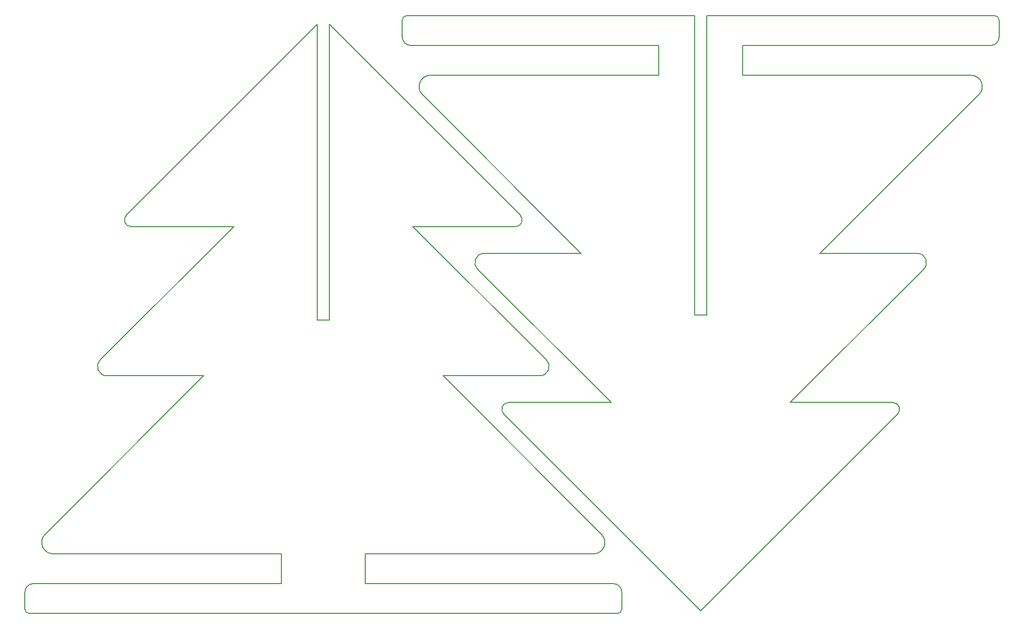
<source format=gbr>
%TF.GenerationSoftware,KiCad,Pcbnew,8.0.3*%
%TF.CreationDate,2024-12-20T11:05:53+01:00*%
%TF.ProjectId,christmas-tree,63687269-7374-46d6-9173-2d747265652e,rev?*%
%TF.SameCoordinates,Original*%
%TF.FileFunction,Profile,NP*%
%FSLAX46Y46*%
G04 Gerber Fmt 4.6, Leading zero omitted, Abs format (unit mm)*
G04 Created by KiCad (PCBNEW 8.0.3) date 2024-12-20 11:05:53*
%MOMM*%
%LPD*%
G01*
G04 APERTURE LIST*
%TA.AperFunction,Profile*%
%ADD10C,0.200000*%
%TD*%
G04 APERTURE END LIST*
D10*
X147198539Y-147211533D02*
X120579290Y-120592284D01*
X183824254Y-100062752D02*
X210443503Y-73443503D01*
X99550000Y-111250000D02*
X101550000Y-111250000D01*
X53911605Y-147206497D02*
X80525746Y-120592356D01*
X113800000Y-63800000D02*
X113800000Y-60900000D01*
X68350000Y-95590507D02*
G75*
G02*
X67550625Y-93660697I100J1130507D01*
G01*
X115200000Y-65200000D02*
G75*
G02*
X113800000Y-63800000I0J1400000D01*
G01*
X170800000Y-70200000D02*
X209100000Y-70200000D01*
X126413002Y-102686998D02*
X148800000Y-125073996D01*
X147198539Y-147211533D02*
G75*
G02*
X145855036Y-150455000I-1343539J-1343467D01*
G01*
X51255036Y-160455036D02*
G75*
G02*
X50554964Y-159755036I-36J700036D01*
G01*
X213100000Y-60200000D02*
G75*
G02*
X213800000Y-60900000I0J-700000D01*
G01*
X143775746Y-100062752D02*
X127500000Y-100062752D01*
X162800000Y-60200000D02*
X162800000Y-110400000D01*
X93555036Y-155455036D02*
X93555036Y-150455036D01*
X196000000Y-125069565D02*
G75*
G02*
X196799338Y-126999338I0J-1130435D01*
G01*
X55255144Y-150450000D02*
X93555036Y-150450000D01*
X150555036Y-159355036D02*
X150555036Y-156855036D01*
X126413002Y-102686998D02*
G75*
G02*
X127500000Y-100062753I1086998J1086998D01*
G01*
X163801324Y-160000000D02*
X130800662Y-126999338D01*
X149155036Y-155455036D02*
G75*
G02*
X150554964Y-156855036I-136J-1400064D01*
G01*
X51555036Y-160455036D02*
X99655036Y-160455036D01*
X162800000Y-110400000D02*
X164800000Y-110400000D01*
X114800000Y-60200000D02*
X162800000Y-60200000D01*
X170800000Y-65200000D02*
X170800000Y-70200000D01*
X149155036Y-155455036D02*
X107555036Y-155455036D01*
X50555036Y-156855036D02*
G75*
G02*
X51955036Y-155455036I1400064J-64D01*
G01*
X150555036Y-159755036D02*
G75*
G02*
X149855036Y-160455036I-700036J36D01*
G01*
X115200000Y-65200000D02*
X156800000Y-65200000D01*
X137942034Y-117968038D02*
G75*
G02*
X136855036Y-120592247I-1087034J-1086962D01*
G01*
X163801324Y-160000000D02*
X196801986Y-126999338D01*
X150555036Y-159755036D02*
X150555036Y-159355036D01*
X50555036Y-159355036D02*
X50555036Y-156855036D01*
X164800000Y-60200000D02*
X213100000Y-60200000D01*
X209100000Y-70200000D02*
G75*
G02*
X210443503Y-73443503I0J-1900000D01*
G01*
X133554374Y-93655698D02*
G75*
G02*
X132755036Y-95585435I-799374J-799302D01*
G01*
X101550000Y-61650000D02*
X133555698Y-93655698D01*
X156800000Y-65200000D02*
X156800000Y-70200000D01*
X213800000Y-61300000D02*
X213800000Y-63800000D01*
X115555036Y-95581040D02*
X137942034Y-117968038D01*
X99555036Y-61655036D02*
X67549338Y-93660734D01*
X101550000Y-110450000D02*
X101550000Y-111250000D01*
X101550000Y-110450000D02*
X101550000Y-61650000D01*
X64250000Y-120597320D02*
G75*
G02*
X63162965Y-117973037I100J1537320D01*
G01*
X130800662Y-126999338D02*
G75*
G02*
X131600000Y-125069565I799338J799338D01*
G01*
X80525746Y-120597320D02*
X64250000Y-120597320D01*
X107555036Y-150455036D02*
X145855036Y-150455036D01*
X213800000Y-63800000D02*
G75*
G02*
X212400000Y-65200000I-1400100J100D01*
G01*
X85550000Y-95586076D02*
X63163002Y-117973074D01*
X183824254Y-100062752D02*
X200100000Y-100062752D01*
X117156497Y-73443503D02*
G75*
G02*
X118500000Y-70200000I1343503J1343503D01*
G01*
X149850000Y-160455036D02*
X99650000Y-160455036D01*
X156800000Y-70200000D02*
X118500000Y-70200000D01*
X131600000Y-125069565D02*
X148800000Y-125069565D01*
X213800000Y-60900000D02*
X213800000Y-61300000D01*
X55255144Y-150450000D02*
G75*
G02*
X53911601Y-147206493I-44J1900000D01*
G01*
X51255036Y-160455036D02*
X51555036Y-160455036D01*
X164800000Y-60200000D02*
X164800000Y-110400000D01*
X99550000Y-110450000D02*
X99550000Y-111250000D01*
X51955036Y-155455036D02*
X93555036Y-155455036D01*
X120579290Y-120592284D02*
X136855036Y-120592284D01*
X201186998Y-102686998D02*
X178800000Y-125073996D01*
X107555036Y-155455036D02*
X107555036Y-150455036D01*
X113800000Y-60900000D02*
G75*
G02*
X114500000Y-60200000I700000J0D01*
G01*
X50555036Y-159755036D02*
X50555036Y-159355036D01*
X200100000Y-100062752D02*
G75*
G02*
X201186998Y-102686998I0J-1537248D01*
G01*
X99550000Y-110450000D02*
X99550000Y-61661396D01*
X85550000Y-95586076D02*
X68350000Y-95586076D01*
X114500000Y-60200000D02*
X114800000Y-60200000D01*
X212400000Y-65200000D02*
X170800000Y-65200000D01*
X115555036Y-95581040D02*
X132755036Y-95581040D01*
X178800000Y-125073996D02*
X196000000Y-125073996D01*
X117156497Y-73443503D02*
X143775746Y-100062752D01*
M02*

</source>
